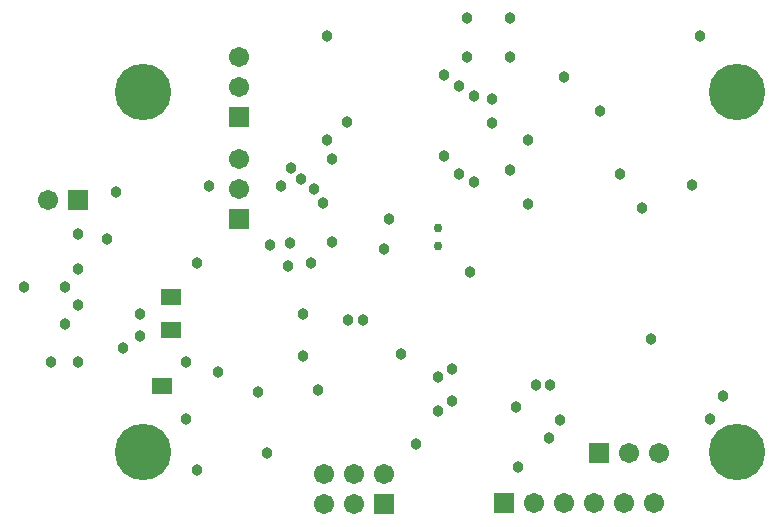
<source format=gbs>
G04*
G04 #@! TF.GenerationSoftware,Altium Limited,Altium Designer,20.1.8 (145)*
G04*
G04 Layer_Color=16711935*
%FSLAX25Y25*%
%MOIN*%
G70*
G04*
G04 #@! TF.SameCoordinates,9FEF0589-292D-4462-8DC4-F6EDC39D71BC*
G04*
G04*
G04 #@! TF.FilePolarity,Negative*
G04*
G01*
G75*
%ADD50R,0.06706X0.06706*%
%ADD51C,0.06706*%
%ADD52C,0.02965*%
%ADD53C,0.18800*%
%ADD54C,0.03800*%
%ADD61R,0.06800X0.05300*%
D50*
X265500Y127000D02*
D03*
X234000Y110500D02*
D03*
X193833Y110000D02*
D03*
X145500Y239000D02*
D03*
Y205000D02*
D03*
X92000Y211500D02*
D03*
D51*
X285500Y127000D02*
D03*
X275500D02*
D03*
X284000Y110500D02*
D03*
X274000D02*
D03*
X264000D02*
D03*
X254000D02*
D03*
X244000D02*
D03*
X193833Y120000D02*
D03*
X183833Y110000D02*
D03*
Y120000D02*
D03*
X173833Y110000D02*
D03*
Y120000D02*
D03*
X145500Y259000D02*
D03*
Y249000D02*
D03*
Y225000D02*
D03*
Y215000D02*
D03*
X82000Y211500D02*
D03*
D52*
X212000Y196000D02*
D03*
Y202000D02*
D03*
D53*
X113500Y127500D02*
D03*
Y247500D02*
D03*
X311500D02*
D03*
Y127500D02*
D03*
D54*
X92000Y200000D02*
D03*
X112500Y173500D02*
D03*
Y166000D02*
D03*
X107000Y162000D02*
D03*
X101500Y198500D02*
D03*
X199500Y160000D02*
D03*
X204500Y130000D02*
D03*
X238000Y142500D02*
D03*
X212000Y141000D02*
D03*
X216500Y144500D02*
D03*
Y155000D02*
D03*
X212000Y152500D02*
D03*
X249000Y132000D02*
D03*
X266000Y241000D02*
D03*
X272500Y220000D02*
D03*
X242000Y210000D02*
D03*
X236000Y221500D02*
D03*
X238500Y122500D02*
D03*
X249326Y149673D02*
D03*
X302500Y138500D02*
D03*
X283000Y165000D02*
D03*
X244500Y149705D02*
D03*
X222500Y187500D02*
D03*
X307000Y146000D02*
D03*
X279854Y208939D02*
D03*
X87500Y170000D02*
D03*
Y182500D02*
D03*
X182000Y171500D02*
D03*
X194000Y195000D02*
D03*
X187000Y171500D02*
D03*
X195500Y205000D02*
D03*
X252500Y138000D02*
D03*
X167000Y159500D02*
D03*
X152000Y147500D02*
D03*
X162500Y197000D02*
D03*
X169500Y190500D02*
D03*
X128000Y138500D02*
D03*
X172000Y148000D02*
D03*
X156000Y196500D02*
D03*
X155000Y127000D02*
D03*
X162000Y189500D02*
D03*
X167000Y173500D02*
D03*
X131500Y121500D02*
D03*
Y190500D02*
D03*
X135500Y216000D02*
D03*
X230000Y237000D02*
D03*
X181500Y237500D02*
D03*
X230000Y245000D02*
D03*
X221500Y259000D02*
D03*
X224000Y246000D02*
D03*
X221500Y272000D02*
D03*
X219000Y249500D02*
D03*
X214000Y253000D02*
D03*
Y226000D02*
D03*
X219000Y220000D02*
D03*
X224000Y217500D02*
D03*
X236000Y259000D02*
D03*
X242000Y231500D02*
D03*
X254000Y252500D02*
D03*
X236000Y272000D02*
D03*
X159500Y216000D02*
D03*
X166199Y218500D02*
D03*
X173500Y210500D02*
D03*
X170500Y215000D02*
D03*
X163000Y222000D02*
D03*
X128000Y157500D02*
D03*
X296500Y216500D02*
D03*
X299330Y266000D02*
D03*
X175000Y231500D02*
D03*
Y266000D02*
D03*
X176396Y197400D02*
D03*
X92000Y157500D02*
D03*
X138500Y154000D02*
D03*
X92000Y176500D02*
D03*
X176396Y225104D02*
D03*
X104500Y214000D02*
D03*
X92000Y188500D02*
D03*
X83000Y157500D02*
D03*
X74000Y182500D02*
D03*
D61*
X123000Y179000D02*
D03*
Y168000D02*
D03*
X120000Y149500D02*
D03*
M02*

</source>
